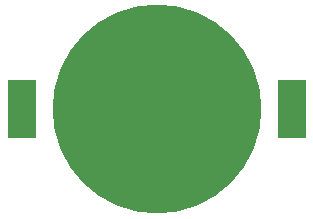
<source format=gbr>
%TF.GenerationSoftware,Novarm,DipTrace,4.3.0.5*%
%TF.CreationDate,2025-06-08T20:07:48-05:00*%
%FSLAX26Y26*%
%MOIN*%
%TF.FileFunction,Paste,Bot*%
%TF.Part,Single*%
%ADD41R,0.094488X0.19685*%
%ADD43C,0.69685*%
G75*
G01*
%LPD*%
D43*
X1331251Y1431249D3*
D41*
X1781251D3*
X881251D3*
M02*

</source>
